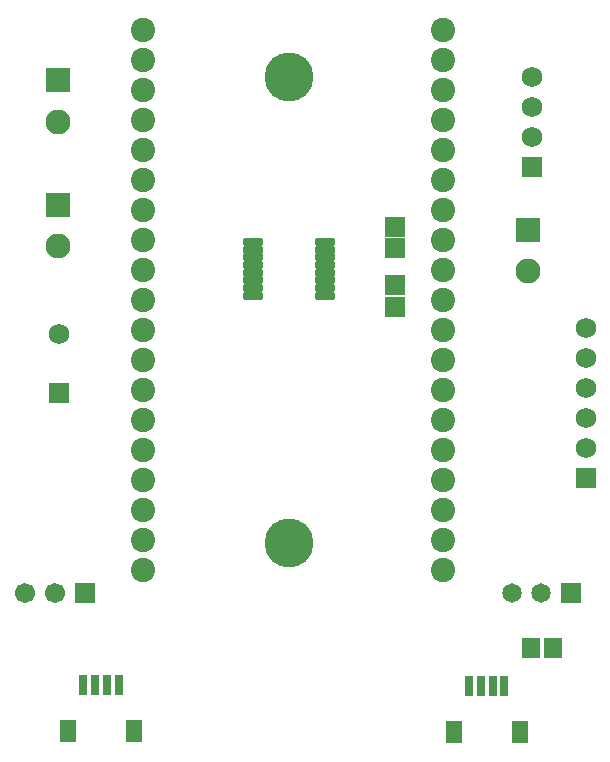
<source format=gts>
G04*
G04 #@! TF.GenerationSoftware,Altium Limited,Altium Designer,22.0.2 (36)*
G04*
G04 Layer_Color=8388736*
%FSLAX23Y23*%
%MOIN*%
G70*
G04*
G04 #@! TF.SameCoordinates,FFE58276-D16A-40DC-94CB-801E61EA4FAC*
G04*
G04*
G04 #@! TF.FilePolarity,Negative*
G04*
G01*
G75*
%ADD23R,0.030X0.067*%
%ADD24R,0.053X0.077*%
G04:AMPARAMS|DCode=25|XSize=24mil|YSize=69mil|CornerRadius=5mil|HoleSize=0mil|Usage=FLASHONLY|Rotation=90.000|XOffset=0mil|YOffset=0mil|HoleType=Round|Shape=RoundedRectangle|*
%AMROUNDEDRECTD25*
21,1,0.024,0.059,0,0,90.0*
21,1,0.014,0.069,0,0,90.0*
1,1,0.010,0.030,0.007*
1,1,0.010,0.030,-0.007*
1,1,0.010,-0.030,-0.007*
1,1,0.010,-0.030,0.007*
%
%ADD25ROUNDEDRECTD25*%
%ADD26R,0.061X0.067*%
%ADD27R,0.067X0.065*%
%ADD28R,0.067X0.067*%
%ADD29C,0.069*%
%ADD30R,0.069X0.069*%
%ADD31C,0.163*%
%ADD32C,0.081*%
%ADD33C,0.083*%
%ADD34R,0.083X0.083*%
%ADD35C,0.067*%
%ADD36C,0.065*%
%ADD37R,0.065X0.065*%
D23*
X944Y823D02*
D03*
X904D02*
D03*
X865D02*
D03*
X826D02*
D03*
X2229Y818D02*
D03*
X2190D02*
D03*
X2151D02*
D03*
X2111D02*
D03*
D24*
X775Y670D02*
D03*
X995D02*
D03*
X2060Y665D02*
D03*
X2280D02*
D03*
D25*
X1390Y2300D02*
D03*
Y2274D02*
D03*
Y2248D02*
D03*
Y2223D02*
D03*
Y2197D02*
D03*
Y2172D02*
D03*
Y2146D02*
D03*
Y2120D02*
D03*
X1630Y2300D02*
D03*
Y2274D02*
D03*
Y2248D02*
D03*
Y2223D02*
D03*
Y2197D02*
D03*
Y2172D02*
D03*
Y2146D02*
D03*
Y2120D02*
D03*
D26*
X2318Y945D02*
D03*
X2392D02*
D03*
D27*
X1865Y2350D02*
D03*
Y2280D02*
D03*
D28*
Y2156D02*
D03*
Y2084D02*
D03*
X830Y1130D02*
D03*
D29*
X2500Y1811D02*
D03*
Y1611D02*
D03*
Y1711D02*
D03*
Y1911D02*
D03*
Y2011D02*
D03*
X2320Y2850D02*
D03*
Y2750D02*
D03*
Y2650D02*
D03*
X745Y1993D02*
D03*
D30*
X2500Y1511D02*
D03*
X2320Y2550D02*
D03*
X745Y1797D02*
D03*
D31*
X1510Y2850D02*
D03*
Y1295D02*
D03*
D32*
X1025Y2705D02*
D03*
Y2805D02*
D03*
Y2905D02*
D03*
Y3005D02*
D03*
Y2605D02*
D03*
Y2505D02*
D03*
Y2405D02*
D03*
Y2305D02*
D03*
Y2205D02*
D03*
Y2105D02*
D03*
Y1705D02*
D03*
Y1805D02*
D03*
Y1905D02*
D03*
Y2005D02*
D03*
Y1605D02*
D03*
Y1505D02*
D03*
Y1405D02*
D03*
Y1305D02*
D03*
Y1205D02*
D03*
X2025Y2705D02*
D03*
Y2805D02*
D03*
Y2905D02*
D03*
Y3005D02*
D03*
Y2605D02*
D03*
Y2505D02*
D03*
Y2405D02*
D03*
Y2305D02*
D03*
Y2205D02*
D03*
Y2105D02*
D03*
Y1705D02*
D03*
Y1805D02*
D03*
Y1905D02*
D03*
Y2005D02*
D03*
Y1605D02*
D03*
Y1505D02*
D03*
Y1405D02*
D03*
Y1305D02*
D03*
Y1205D02*
D03*
D33*
X2308Y2201D02*
D03*
X742Y2285D02*
D03*
Y2700D02*
D03*
D34*
X2308Y2339D02*
D03*
X742Y2423D02*
D03*
Y2838D02*
D03*
D35*
X630Y1130D02*
D03*
X730D02*
D03*
D36*
X2255D02*
D03*
X2353D02*
D03*
D37*
X2452D02*
D03*
M02*

</source>
